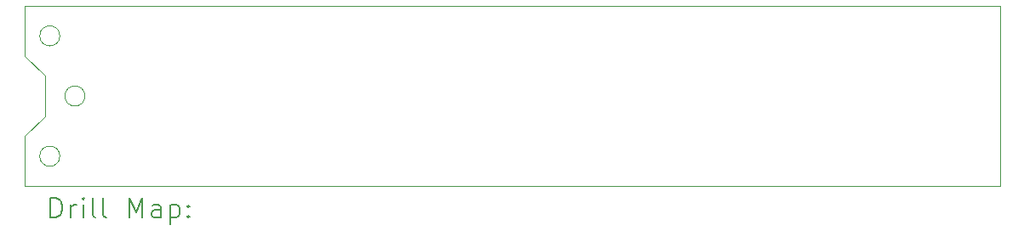
<source format=gbr>
%TF.GenerationSoftware,KiCad,Pcbnew,8.0.4*%
%TF.CreationDate,2024-09-05T15:58:07-04:00*%
%TF.ProjectId,paddle_1,70616464-6c65-45f3-912e-6b696361645f,rev?*%
%TF.SameCoordinates,Original*%
%TF.FileFunction,Drillmap*%
%TF.FilePolarity,Positive*%
%FSLAX45Y45*%
G04 Gerber Fmt 4.5, Leading zero omitted, Abs format (unit mm)*
G04 Created by KiCad (PCBNEW 8.0.4) date 2024-09-05 15:58:07*
%MOMM*%
%LPD*%
G01*
G04 APERTURE LIST*
%ADD10C,0.050000*%
%ADD11C,0.200000*%
G04 APERTURE END LIST*
D10*
X9100000Y-10100000D02*
X9100000Y-9600000D01*
X9700000Y-9200000D02*
G75*
G02*
X9500000Y-9200000I-100000J0D01*
G01*
X9500000Y-9200000D02*
G75*
G02*
X9700000Y-9200000I100000J0D01*
G01*
X9300000Y-9400000D02*
X9300000Y-9000000D01*
X9450000Y-8600000D02*
G75*
G02*
X9250000Y-8600000I-100000J0D01*
G01*
X9250000Y-8600000D02*
G75*
G02*
X9450000Y-8600000I100000J0D01*
G01*
X9100000Y-9600000D02*
X9300000Y-9400000D01*
X18800000Y-8300000D02*
X18800000Y-10100000D01*
X9100000Y-8800000D02*
X9100000Y-8300000D01*
X9450000Y-9800000D02*
G75*
G02*
X9250000Y-9800000I-100000J0D01*
G01*
X9250000Y-9800000D02*
G75*
G02*
X9450000Y-9800000I100000J0D01*
G01*
X18800000Y-10100000D02*
X9100000Y-10100000D01*
X9300000Y-9000000D02*
X9100000Y-8800000D01*
X9100000Y-8300000D02*
X18800000Y-8300000D01*
D11*
X9358277Y-10413984D02*
X9358277Y-10213984D01*
X9358277Y-10213984D02*
X9405896Y-10213984D01*
X9405896Y-10213984D02*
X9434467Y-10223508D01*
X9434467Y-10223508D02*
X9453515Y-10242555D01*
X9453515Y-10242555D02*
X9463039Y-10261603D01*
X9463039Y-10261603D02*
X9472563Y-10299698D01*
X9472563Y-10299698D02*
X9472563Y-10328270D01*
X9472563Y-10328270D02*
X9463039Y-10366365D01*
X9463039Y-10366365D02*
X9453515Y-10385412D01*
X9453515Y-10385412D02*
X9434467Y-10404460D01*
X9434467Y-10404460D02*
X9405896Y-10413984D01*
X9405896Y-10413984D02*
X9358277Y-10413984D01*
X9558277Y-10413984D02*
X9558277Y-10280650D01*
X9558277Y-10318746D02*
X9567801Y-10299698D01*
X9567801Y-10299698D02*
X9577324Y-10290174D01*
X9577324Y-10290174D02*
X9596372Y-10280650D01*
X9596372Y-10280650D02*
X9615420Y-10280650D01*
X9682086Y-10413984D02*
X9682086Y-10280650D01*
X9682086Y-10213984D02*
X9672563Y-10223508D01*
X9672563Y-10223508D02*
X9682086Y-10233031D01*
X9682086Y-10233031D02*
X9691610Y-10223508D01*
X9691610Y-10223508D02*
X9682086Y-10213984D01*
X9682086Y-10213984D02*
X9682086Y-10233031D01*
X9805896Y-10413984D02*
X9786848Y-10404460D01*
X9786848Y-10404460D02*
X9777324Y-10385412D01*
X9777324Y-10385412D02*
X9777324Y-10213984D01*
X9910658Y-10413984D02*
X9891610Y-10404460D01*
X9891610Y-10404460D02*
X9882086Y-10385412D01*
X9882086Y-10385412D02*
X9882086Y-10213984D01*
X10139229Y-10413984D02*
X10139229Y-10213984D01*
X10139229Y-10213984D02*
X10205896Y-10356841D01*
X10205896Y-10356841D02*
X10272563Y-10213984D01*
X10272563Y-10213984D02*
X10272563Y-10413984D01*
X10453515Y-10413984D02*
X10453515Y-10309222D01*
X10453515Y-10309222D02*
X10443991Y-10290174D01*
X10443991Y-10290174D02*
X10424944Y-10280650D01*
X10424944Y-10280650D02*
X10386848Y-10280650D01*
X10386848Y-10280650D02*
X10367801Y-10290174D01*
X10453515Y-10404460D02*
X10434467Y-10413984D01*
X10434467Y-10413984D02*
X10386848Y-10413984D01*
X10386848Y-10413984D02*
X10367801Y-10404460D01*
X10367801Y-10404460D02*
X10358277Y-10385412D01*
X10358277Y-10385412D02*
X10358277Y-10366365D01*
X10358277Y-10366365D02*
X10367801Y-10347317D01*
X10367801Y-10347317D02*
X10386848Y-10337793D01*
X10386848Y-10337793D02*
X10434467Y-10337793D01*
X10434467Y-10337793D02*
X10453515Y-10328270D01*
X10548753Y-10280650D02*
X10548753Y-10480650D01*
X10548753Y-10290174D02*
X10567801Y-10280650D01*
X10567801Y-10280650D02*
X10605896Y-10280650D01*
X10605896Y-10280650D02*
X10624944Y-10290174D01*
X10624944Y-10290174D02*
X10634467Y-10299698D01*
X10634467Y-10299698D02*
X10643991Y-10318746D01*
X10643991Y-10318746D02*
X10643991Y-10375889D01*
X10643991Y-10375889D02*
X10634467Y-10394936D01*
X10634467Y-10394936D02*
X10624944Y-10404460D01*
X10624944Y-10404460D02*
X10605896Y-10413984D01*
X10605896Y-10413984D02*
X10567801Y-10413984D01*
X10567801Y-10413984D02*
X10548753Y-10404460D01*
X10729705Y-10394936D02*
X10739229Y-10404460D01*
X10739229Y-10404460D02*
X10729705Y-10413984D01*
X10729705Y-10413984D02*
X10720182Y-10404460D01*
X10720182Y-10404460D02*
X10729705Y-10394936D01*
X10729705Y-10394936D02*
X10729705Y-10413984D01*
X10729705Y-10290174D02*
X10739229Y-10299698D01*
X10739229Y-10299698D02*
X10729705Y-10309222D01*
X10729705Y-10309222D02*
X10720182Y-10299698D01*
X10720182Y-10299698D02*
X10729705Y-10290174D01*
X10729705Y-10290174D02*
X10729705Y-10309222D01*
M02*

</source>
